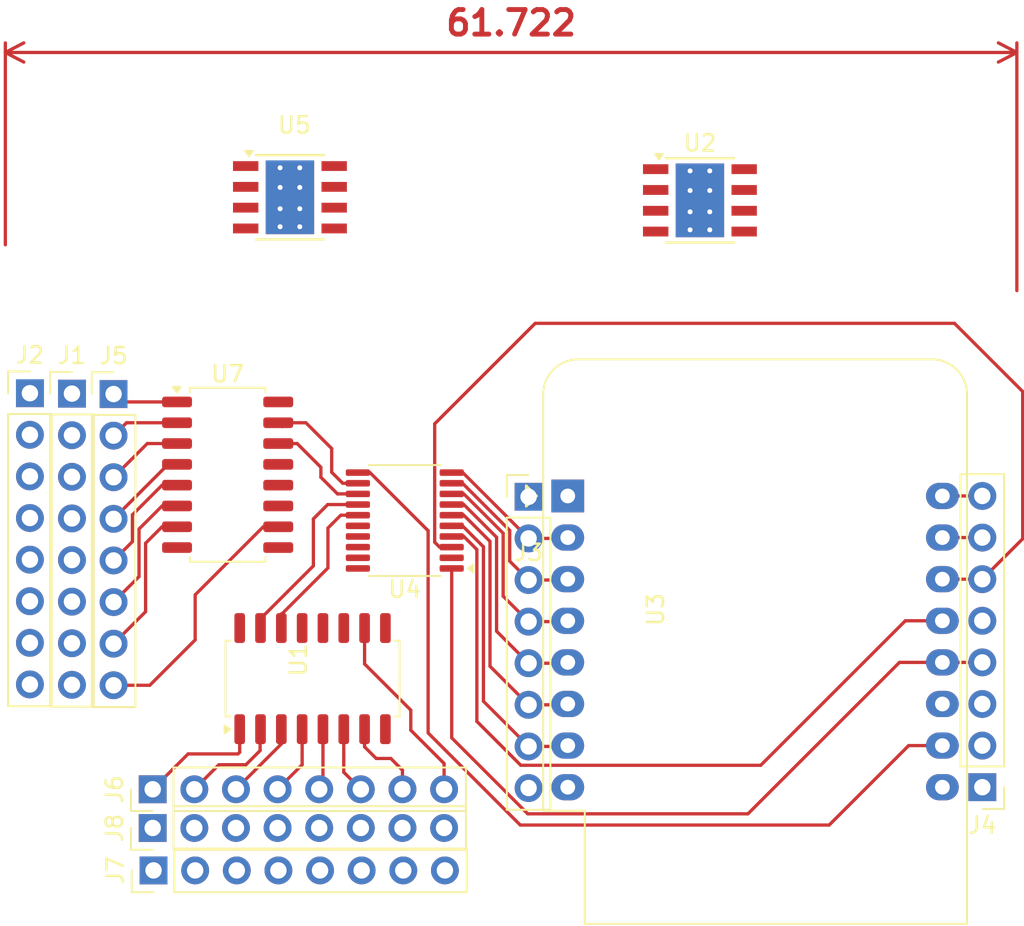
<source format=kicad_pcb>
(kicad_pcb (version 20241229) (generator "pcbnew") (generator_version "9.0")
  (layers (0 "F.Cu" signal) (2 "B.Cu" signal) (13 "F.Paste" user) (15 "B.Paste" user) (5 "F.SilkS" user "F.Silkscreen") (7 "B.SilkS" user "B.Silkscreen") (1 "F.Mask" user) (3 "B.Mask" user) (25 "Edge.Cuts" user))
  (net 0 "")
  (net 55 "Net-(J5-Pin_2)")
  (net 56 "Net-(J5-Pin_7)")
  (net 57 "Net-(J5-Pin_6)")
  (net 58 "Net-(J5-Pin_1)")
  (net 59 "Net-(J5-Pin_5)")
  (net 60 "Net-(J5-Pin_8)")
  (net 61 "Net-(J5-Pin_4)")
  (net 62 "Net-(J5-Pin_3)")
  (net 63 "Net-(J6-Pin_7)")
  (net 64 "Net-(J6-Pin_8)")
  (net 65 "Net-(J6-Pin_6)")
  (net 66 "Net-(J6-Pin_5)")
  (net 67 "Net-(J6-Pin_2)")
  (net 68 "Net-(J6-Pin_3)")
  (net 69 "Net-(J6-Pin_4)")
  (net 70 "Net-(J6-Pin_1)")
  (net 71 "Net-(U1-Reset)")
  (net 72 "Net-(U1-CLK)")
  (net 73 "Net-(U4-B7)")
  (net 74 "Net-(U4-B8)")
  (net 75 "Net-(J3-Pin_4)")
  (net 76 "Net-(J3-Pin_8)")
  (net 77 "Net-(J3-Pin_6)")
  (net 78 "Net-(J3-Pin_2)")
  (net 79 "Net-(J3-Pin_7)")
  (net 80 "Net-(J3-Pin_3)")
  (net 81 "Net-(J3-Pin_5)")
  (net 82 "Net-(J4-Pin_6)")
  (net 83 "Net-(J4-Pin_4)")
  (net 84 "Net-(J4-Pin_8)")
  (net 85 "Net-(J4-Pin_5)")
  (net 86 "Net-(J4-Pin_7)")
  (net 87 "Net-(J4-Pin_3)")
  (net 89 "Net-(J4-Pin_2)")
  (net 106 "GND")
  (footprint "Connector_PinHeader_2.54mm:PinHeader_1x08_P2.54mm_Vertical" (layer "F.Cu") (at 28.0162 101.8032 90)
    (property "Reference" "J6" (at 0 -2.33 90) (layer "F.SilkS"))
    (property "Value" "Conn_01x08_Pin" (hide yes))
    (fp_line (start -1.33 -1.33) (end 0 -1.33) (stroke (width 0.12)) (layer "F.SilkS"))
    (fp_line (start -1.33 0) (end -1.33 -1.33) (stroke (width 0.12)) (layer "F.SilkS"))
    (fp_line (start 1.33 1.27) (end 1.33 19.11) (stroke (width 0.12)) (layer "F.SilkS"))
    (fp_line (start -1.33 1.27) (end 1.33 1.27) (stroke (width 0.12)) (layer "F.SilkS"))
    (fp_line (start -1.33 1.27) (end -1.33 19.11) (stroke (width 0.12)) (layer "F.SilkS"))
    (fp_line (start -1.33 19.11) (end 1.33 19.11) (stroke (width 0.12)) (layer "F.SilkS"))
    (pad "1" thru_hole rect (at 0 0 90) (size 1.7 1.7) (drill 1) (layers "*.Cu" "*.Mask") (net 70 "Net-(J6-Pin_1)"))
    (pad "2" thru_hole oval (at 0 2.54 90) (size 1.7 1.7) (drill 1) (layers "*.Cu" "*.Mask") (net 67 "Net-(J6-Pin_2)"))
    (pad "3" thru_hole oval (at 0 5.08 90) (size 1.7 1.7) (drill 1) (layers "*.Cu" "*.Mask") (net 68 "Net-(J6-Pin_3)"))
    (pad "4" thru_hole oval (at 0 7.62 90) (size 1.7 1.7) (drill 1) (layers "*.Cu" "*.Mask") (net 69 "Net-(J6-Pin_4)"))
    (pad "5" thru_hole oval (at 0 10.16 90) (size 1.7 1.7) (drill 1) (layers "*.Cu" "*.Mask") (net 66 "Net-(J6-Pin_5)"))
    (pad "6" thru_hole oval (at 0 12.7 90) (size 1.7 1.7) (drill 1) (layers "*.Cu" "*.Mask") (net 65 "Net-(J6-Pin_6)"))
    (pad "7" thru_hole oval (at 0 15.24 90) (size 1.7 1.7) (drill 1) (layers "*.Cu" "*.Mask") (net 63 "Net-(J6-Pin_7)"))
    (pad "8" thru_hole oval (at 0 17.78 90) (size 1.7 1.7) (drill 1) (layers "*.Cu" "*.Mask") (net 64 "Net-(J6-Pin_8)"))
  )
  (footprint "Package_SO:SOP-16_4.4x10.4mm_P1.27mm" (layer "F.Cu") (at 37.7698 95.0468 90)
    (property "Reference" "U1" (at 1.143 -0.8668 90) (layer "F.SilkS"))
    (property "Value" "4017")
    (fp_line (start 2.31 -5.31) (end 2.31 -5.03) (stroke (width 0.12)) (layer "F.SilkS"))
    (fp_line (start 0 -5.31) (end 2.31 -5.31) (stroke (width 0.12)) (layer "F.SilkS"))
    (fp_line (start 0 -5.31) (end -2.31 -5.31) (stroke (width 0.12)) (layer "F.SilkS"))
    (fp_line (start -2.31 -5.31) (end -2.31 -5.03) (stroke (width 0.12)) (layer "F.SilkS"))
    (fp_line (start 2.31 5.31) (end 2.31 5.03) (stroke (width 0.12)) (layer "F.SilkS"))
    (fp_line (start 0 5.31) (end 2.31 5.31) (stroke (width 0.12)) (layer "F.SilkS"))
    (fp_line (start 0 5.31) (end -2.31 5.31) (stroke (width 0.12)) (layer "F.SilkS"))
    (fp_line (start -2.31 5.31) (end -2.31 5.03) (stroke (width 0.12)) (layer "F.SilkS"))
    (fp_poly (pts (xy -3.1 -5.03) (xy -3.34 -5.36) (xy -2.86 -5.36) (xy -3.1 -5.03)) (stroke (width 0.12)) (fill yes) (layer "F.SilkS"))
    (pad "1" smd roundrect (at -3.0875 -4.445 90) (size 1.825 0.65) (layers "F.Cu" "F.Mask" "F.Paste") (net 70 "Net-(J6-Pin_1)"))
    (pad "2" smd roundrect (at -3.0875 -3.175 90) (size 1.825 0.65) (layers "F.Cu" "F.Mask" "F.Paste") (net 67 "Net-(J6-Pin_2)"))
    (pad "3" smd roundrect (at -3.0875 -1.905 90) (size 1.825 0.65) (layers "F.Cu" "F.Mask" "F.Paste") (net 68 "Net-(J6-Pin_3)"))
    (pad "4" smd roundrect (at -3.0875 -0.635 90) (size 1.825 0.65) (layers "F.Cu" "F.Mask" "F.Paste") (net 69 "Net-(J6-Pin_4)"))
    (pad "5" smd roundrect (at -3.0875 0.635 90) (size 1.825 0.65) (layers "F.Cu" "F.Mask" "F.Paste") (net 66 "Net-(J6-Pin_5)"))
    (pad "6" smd roundrect (at -3.0875 1.905 90) (size 1.825 0.65) (layers "F.Cu" "F.Mask" "F.Paste") (net 65 "Net-(J6-Pin_6)"))
    (pad "7" smd roundrect (at -3.0875 3.175 90) (size 1.825 0.65) (layers "F.Cu" "F.Mask" "F.Paste") (net 63 "Net-(J6-Pin_7)"))
    (pad "8" smd roundrect (at -3.0875 4.445 90) (size 1.825 0.65) (layers "F.Cu" "F.Mask" "F.Paste"))
    (pad "9" smd roundrect (at 3.0875 4.445 90) (size 1.825 0.65) (layers "F.Cu" "F.Mask" "F.Paste"))
    (pad "10" smd roundrect (at 3.0875 3.175 90) (size 1.825 0.65) (layers "F.Cu" "F.Mask" "F.Paste") (net 64 "Net-(J6-Pin_8)"))
    (pad "11" smd roundrect (at 3.0875 1.905 90) (size 1.825 0.65) (layers "F.Cu" "F.Mask" "F.Paste"))
    (pad "12" smd roundrect (at 3.0875 0.635 90) (size 1.825 0.65) (layers "F.Cu" "F.Mask" "F.Paste"))
    (pad "13" smd roundrect (at 3.0875 -0.635 90) (size 1.825 0.65) (layers "F.Cu" "F.Mask" "F.Paste"))
    (pad "14" smd roundrect (at 3.0875 -1.905 90) (size 1.825 0.65) (layers "F.Cu" "F.Mask" "F.Paste") (net 72 "Net-(U1-CLK)"))
    (pad "15" smd roundrect (at 3.0875 -3.175 90) (size 1.825 0.65) (layers "F.Cu" "F.Mask" "F.Paste") (net 71 "Net-(U1-Reset)"))
    (pad "16" smd roundrect (at 3.0875 -4.445 90) (size 1.825 0.65) (layers "F.Cu" "F.Mask" "F.Paste"))
  )
  (footprint "Package_SO:TI_SO-PowerPAD-8_ThermalVias" (layer "F.Cu") (at 61.4076 65.848)
    (property "Reference" "U2" (at 0 -3.5 0) (layer "F.SilkS"))
    (property "Value" "TPS5430DDA")
    (fp_line (start -2.075 -2.575) (end 2.075 -2.575) (stroke (width 0.15)) (layer "F.SilkS"))
    (fp_line (start -2.075 2.575) (end 2.075 2.575) (stroke (width 0.15)) (layer "F.SilkS"))
    (fp_poly (pts (xy -2.5 -2.5) (xy -2.74 -2.83) (xy -2.26 -2.83) (xy -2.5 -2.5)) (stroke (width 0.12)) (fill yes) (layer "F.SilkS"))
    (pad "1" smd rect (at -2.7 -1.905) (size 1.55 0.6) (layers "F.Cu" "F.Mask" "F.Paste"))
    (pad "2" smd rect (at -2.7 -0.635) (size 1.55 0.6) (layers "F.Cu" "F.Mask" "F.Paste"))
    (pad "3" smd rect (at -2.7 0.635) (size 1.55 0.6) (layers "F.Cu" "F.Mask" "F.Paste"))
    (pad "4" smd rect (at -2.7 1.905) (size 1.55 0.6) (layers "F.Cu" "F.Mask" "F.Paste"))
    (pad "5" smd rect (at 2.7 1.905) (size 1.55 0.6) (layers "F.Cu" "F.Mask" "F.Paste"))
    (pad "6" smd rect (at 2.7 0.635) (size 1.55 0.6) (layers "F.Cu" "F.Mask" "F.Paste"))
    (pad "7" smd rect (at 2.7 -0.635) (size 1.55 0.6) (layers "F.Cu" "F.Mask" "F.Paste"))
    (pad "8" smd rect (at 2.7 -1.905) (size 1.55 0.6) (layers "F.Cu" "F.Mask" "F.Paste"))
    (pad "9" thru_hole circle (at -0.6 -1.8) (size 0.6 0.6) (drill 0.3) (layers "*.Cu"))
    (pad "9" thru_hole circle (at -0.6 -0.6) (size 0.6 0.6) (drill 0.3) (layers "*.Cu"))
    (pad "9" thru_hole circle (at -0.6 0.7) (size 0.6 0.6) (drill 0.3) (layers "*.Cu"))
    (pad "9" thru_hole circle (at -0.6 1.8) (size 0.6 0.6) (drill 0.3) (layers "*.Cu"))
    (pad "9" smd rect (at 0 0) (size 2.6 3.1) (layers "F.Cu" "F.Mask" "F.Paste"))
    (pad "9" smd rect (at 0 0) (size 2.95 4.5) (layers "F.Cu"))
    (pad "9" smd rect (at 0 0) (size 2.95 4.5) (layers "B.Cu"))
    (pad "9" thru_hole circle (at 0.6 -1.8) (size 0.6 0.6) (drill 0.3) (layers "*.Cu"))
    (pad "9" thru_hole circle (at 0.6 -0.6) (size 0.6 0.6) (drill 0.3) (layers "*.Cu"))
    (pad "9" thru_hole circle (at 0.6 0.7) (size 0.6 0.6) (drill 0.3) (layers "*.Cu"))
    (pad "9" thru_hole circle (at 0.6 1.8) (size 0.6 0.6) (drill 0.3) (layers "*.Cu"))
  )
  (footprint "RF_Module:WEMOS_D1_mini_light" (layer "F.Cu") (at 53.3424 83.8962)
    (property "Reference" "U3" (at 5.3594 6.9342 270) (layer "F.SilkS"))
    (property "Value" "WEMOS_D1_mini")
    (fp_line (start -1.5 19.22) (end -1.5 -6.21) (stroke (width 0.12)) (layer "F.SilkS"))
    (fp_line (start -1.5 19.22) (end 1.04 19.22) (stroke (width 0.12)) (layer "F.SilkS"))
    (fp_line (start 1.04 19.22) (end 1.04 26.12) (stroke (width 0.12)) (layer "F.SilkS"))
    (fp_line (start 1.04 26.12) (end 24.36 26.12) (stroke (width 0.12)) (layer "F.SilkS"))
    (fp_line (start 22.24 -8.34) (end 0.63 -8.34) (stroke (width 0.12)) (layer "F.SilkS"))
    (fp_line (start 24.36 26.12) (end 24.36 -6.21) (stroke (width 0.12)) (layer "F.SilkS"))
    (fp_arc (start -1.5 -6.21) (mid -0.876137 -7.716137) (end 0.63 -8.34) (stroke (width 0.12)) (layer "F.SilkS"))
    (fp_arc (start 22.23 -8.34) (mid 23.736137 -7.716137) (end 24.36 -6.21) (stroke (width 0.12)) (layer "F.SilkS"))
    (fp_poly (pts (xy -2.54 -0.635) (xy -2.54 0.635) (xy -1.905 0)) (stroke (width 0.15)) (fill yes) (layer "F.SilkS"))
    (pad "1" thru_hole rect (at 0 0) (size 2 2) (drill 0.9) (layers "*.Cu" "*.Mask"))
    (pad "2" thru_hole oval (at 0 2.54) (size 2 1.6) (drill 0.9) (layers "*.Cu" "*.Mask") (net 78 "Net-(J3-Pin_2)"))
    (pad "3" thru_hole oval (at 0 5.08) (size 2 1.6) (drill 0.9) (layers "*.Cu" "*.Mask") (net 80 "Net-(J3-Pin_3)"))
    (pad "4" thru_hole oval (at 0 7.62) (size 2 1.6) (drill 0.9) (layers "*.Cu" "*.Mask") (net 75 "Net-(J3-Pin_4)"))
    (pad "5" thru_hole oval (at 0 10.16) (size 2 1.6) (drill 0.9) (layers "*.Cu" "*.Mask") (net 81 "Net-(J3-Pin_5)"))
    (pad "6" thru_hole oval (at 0 12.7) (size 2 1.6) (drill 0.9) (layers "*.Cu" "*.Mask") (net 77 "Net-(J3-Pin_6)"))
    (pad "7" thru_hole oval (at 0 15.24) (size 2 1.6) (drill 0.9) (layers "*.Cu" "*.Mask") (net 79 "Net-(J3-Pin_7)"))
    (pad "8" thru_hole oval (at 0 17.78) (size 2 1.6) (drill 0.9) (layers "*.Cu" "*.Mask") (net 76 "Net-(J3-Pin_8)"))
    (pad "9" thru_hole oval (at 22.86 17.78) (size 2 1.6) (drill 0.9) (layers "*.Cu" "*.Mask") (net 89 "Net-(J4-Pin_2)"))
    (pad "10" thru_hole oval (at 22.86 15.24) (size 2 1.6) (drill 0.9) (layers "*.Cu" "*.Mask") (net 106 "GND"))
    (pad "11" thru_hole oval (at 22.86 12.7) (size 2 1.6) (drill 0.9) (layers "*.Cu" "*.Mask") (net 87 "Net-(J4-Pin_3)"))
    (pad "12" thru_hole oval (at 22.86 10.16) (size 2 1.6) (drill 0.9) (layers "*.Cu" "*.Mask") (net 83 "Net-(J4-Pin_4)"))
    (pad "13" thru_hole oval (at 22.86 7.62) (size 2 1.6) (drill 0.9) (layers "*.Cu" "*.Mask") (net 85 "Net-(J4-Pin_5)"))
    (pad "14" thru_hole oval (at 22.86 5.08) (size 2 1.6) (drill 0.9) (layers "*.Cu" "*.Mask") (net 82 "Net-(J4-Pin_6)"))
    (pad "15" thru_hole oval (at 22.86 2.54) (size 2 1.6) (drill 0.9) (layers "*.Cu" "*.Mask") (net 86 "Net-(J4-Pin_7)"))
    (pad "16" thru_hole oval (at 22.86 0) (size 2 1.6) (drill 0.9) (layers "*.Cu" "*.Mask") (net 84 "Net-(J4-Pin_8)"))
  )
  (footprint "Package_SO:TI_SO-PowerPAD-8_ThermalVias" (layer "F.Cu") (at 36.3906 65.659)
    (property "Reference" "U5" (at 0.2674 -4.4022 0) (layer "F.SilkS"))
    (property "Value" "TPS5430DDA")
    (fp_line (start -2.075 -2.575) (end 2.075 -2.575) (stroke (width 0.15)) (layer "F.SilkS"))
    (fp_line (start -2.075 2.575) (end 2.075 2.575) (stroke (width 0.15)) (layer "F.SilkS"))
    (fp_poly (pts (xy -2.5 -2.5) (xy -2.74 -2.83) (xy -2.26 -2.83) (xy -2.5 -2.5)) (stroke (width 0.12)) (fill yes) (layer "F.SilkS"))
    (pad "1" smd rect (at -2.7 -1.905) (size 1.55 0.6) (layers "F.Cu" "F.Mask" "F.Paste"))
    (pad "2" smd rect (at -2.7 -0.635) (size 1.55 0.6) (layers "F.Cu" "F.Mask" "F.Paste"))
    (pad "3" smd rect (at -2.7 0.635) (size 1.55 0.6) (layers "F.Cu" "F.Mask" "F.Paste"))
    (pad "4" smd rect (at -2.7 1.905) (size 1.55 0.6) (layers "F.Cu" "F.Mask" "F.Paste"))
    (pad "5" smd rect (at 2.7 1.905) (size 1.55 0.6) (layers "F.Cu" "F.Mask" "F.Paste"))
    (pad "6" smd rect (at 2.7 0.635) (size 1.55 0.6) (layers "F.Cu" "F.Mask" "F.Paste"))
    (pad "7" smd rect (at 2.7 -0.635) (size 1.55 0.6) (layers "F.Cu" "F.Mask" "F.Paste"))
    (pad "8" smd rect (at 2.7 -1.905) (size 1.55 0.6) (layers "F.Cu" "F.Mask" "F.Paste"))
    (pad "9" thru_hole circle (at -0.6 -1.8) (size 0.6 0.6) (drill 0.3) (layers "*.Cu"))
    (pad "9" thru_hole circle (at -0.6 -0.6) (size 0.6 0.6) (drill 0.3) (layers "*.Cu"))
    (pad "9" thru_hole circle (at -0.6 0.7) (size 0.6 0.6) (drill 0.3) (layers "*.Cu"))
    (pad "9" thru_hole circle (at -0.6 1.8) (size 0.6 0.6) (drill 0.3) (layers "*.Cu"))
    (pad "9" smd rect (at 0 0) (size 2.6 3.1) (layers "F.Cu" "F.Mask" "F.Paste"))
    (pad "9" smd rect (at 0 0) (size 2.95 4.5) (layers "F.Cu"))
    (pad "9" smd rect (at 0 0) (size 2.95 4.5) (layers "B.Cu"))
    (pad "9" thru_hole circle (at 0.6 -1.8) (size 0.6 0.6) (drill 0.3) (layers "*.Cu"))
    (pad "9" thru_hole circle (at 0.6 -0.6) (size 0.6 0.6) (drill 0.3) (layers "*.Cu"))
    (pad "9" thru_hole circle (at 0.6 0.7) (size 0.6 0.6) (drill 0.3) (layers "*.Cu"))
    (pad "9" thru_hole circle (at 0.6 1.8) (size 0.6 0.6) (drill 0.3) (layers "*.Cu"))
  )
  (footprint "Connector_PinHeader_2.54mm:PinHeader_1x08_P2.54mm_Vertical" (layer "F.Cu") (at 23.0886 77.6478)
    (property "Reference" "J1" (at 0 -2.33 0) (layer "F.SilkS"))
    (property "Value" "Conn_01x08_Pin" (hide yes))
    (fp_line (start -1.33 -1.33) (end 0 -1.33) (stroke (width 0.12)) (layer "F.SilkS"))
    (fp_line (start -1.33 0) (end -1.33 -1.33) (stroke (width 0.12)) (layer "F.SilkS"))
    (fp_line (start -1.33 1.27) (end -1.33 19.11) (stroke (width 0.12)) (layer "F.SilkS"))
    (fp_line (start -1.33 1.27) (end 1.33 1.27) (stroke (width 0.12)) (layer "F.SilkS"))
    (fp_line (start -1.33 19.11) (end 1.33 19.11) (stroke (width 0.12)) (layer "F.SilkS"))
    (fp_line (start 1.33 1.27) (end 1.33 19.11) (stroke (width 0.12)) (layer "F.SilkS"))
    (pad "1" thru_hole rect (at 0 0) (size 1.7 1.7) (drill 1) (layers "*.Cu" "*.Mask"))
    (pad "2" thru_hole oval (at 0 2.54) (size 1.7 1.7) (drill 1) (layers "*.Cu" "*.Mask"))
    (pad "3" thru_hole oval (at 0 5.08) (size 1.7 1.7) (drill 1) (layers "*.Cu" "*.Mask"))
    (pad "4" thru_hole oval (at 0 7.62) (size 1.7 1.7) (drill 1) (layers "*.Cu" "*.Mask"))
    (pad "5" thru_hole oval (at 0 10.16) (size 1.7 1.7) (drill 1) (layers "*.Cu" "*.Mask"))
    (pad "6" thru_hole oval (at 0 12.7) (size 1.7 1.7) (drill 1) (layers "*.Cu" "*.Mask"))
    (pad "7" thru_hole oval (at 0 15.24) (size 1.7 1.7) (drill 1) (layers "*.Cu" "*.Mask"))
    (pad "8" thru_hole oval (at 0 17.78) (size 1.7 1.7) (drill 1) (layers "*.Cu" "*.Mask"))
  )
  (footprint "Connector_PinHeader_2.54mm:PinHeader_1x08_P2.54mm_Vertical" (layer "F.Cu") (at 20.5232 77.6224)
    (property "Reference" "J2" (at 0 -2.33 0) (layer "F.SilkS"))
    (property "Value" "Conn_01x08_Pin" (hide yes))
    (fp_line (start -1.33 -1.33) (end 0 -1.33) (stroke (width 0.12)) (layer "F.SilkS"))
    (fp_line (start -1.33 0) (end -1.33 -1.33) (stroke (width 0.12)) (layer "F.SilkS"))
    (fp_line (start -1.33 1.27) (end -1.33 19.11) (stroke (width 0.12)) (layer "F.SilkS"))
    (fp_line (start -1.33 1.27) (end 1.33 1.27) (stroke (width 0.12)) (layer "F.SilkS"))
    (fp_line (start -1.33 19.11) (end 1.33 19.11) (stroke (width 0.12)) (layer "F.SilkS"))
    (fp_line (start 1.33 1.27) (end 1.33 19.11) (stroke (width 0.12)) (layer "F.SilkS"))
    (pad "1" thru_hole rect (at 0 0) (size 1.7 1.7) (drill 1) (layers "*.Cu" "*.Mask"))
    (pad "2" thru_hole oval (at 0 2.54) (size 1.7 1.7) (drill 1) (layers "*.Cu" "*.Mask"))
    (pad "3" thru_hole oval (at 0 5.08) (size 1.7 1.7) (drill 1) (layers "*.Cu" "*.Mask"))
    (pad "4" thru_hole oval (at 0 7.62) (size 1.7 1.7) (drill 1) (layers "*.Cu" "*.Mask"))
    (pad "5" thru_hole oval (at 0 10.16) (size 1.7 1.7) (drill 1) (layers "*.Cu" "*.Mask"))
    (pad "6" thru_hole oval (at 0 12.7) (size 1.7 1.7) (drill 1) (layers "*.Cu" "*.Mask"))
    (pad "7" thru_hole oval (at 0 15.24) (size 1.7 1.7) (drill 1) (layers "*.Cu" "*.Mask"))
    (pad "8" thru_hole oval (at 0 17.78) (size 1.7 1.7) (drill 1) (layers "*.Cu" "*.Mask"))
  )
  (footprint "Connector_PinHeader_2.54mm:PinHeader_1x08_P2.54mm_Vertical" (layer "F.Cu") (at 28.067 106.7562 90)
    (property "Reference" "J7" (at 0 -2.33 90) (layer "F.SilkS"))
    (property "Value" "Conn_01x08_Pin" (hide yes))
    (fp_line (start -1.33 -1.33) (end 0 -1.33) (stroke (width 0.12)) (layer "F.SilkS"))
    (fp_line (start -1.33 0) (end -1.33 -1.33) (stroke (width 0.12)) (layer "F.SilkS"))
    (fp_line (start 1.33 1.27) (end 1.33 19.11) (stroke (width 0.12)) (layer "F.SilkS"))
    (fp_line (start -1.33 1.27) (end 1.33 1.27) (stroke (width 0.12)) (layer "F.SilkS"))
    (fp_line (start -1.33 1.27) (end -1.33 19.11) (stroke (width 0.12)) (layer "F.SilkS"))
    (fp_line (start -1.33 19.11) (end 1.33 19.11) (stroke (width 0.12)) (layer "F.SilkS"))
    (pad "1" thru_hole rect (at 0 0 90) (size 1.7 1.7) (drill 1) (layers "*.Cu" "*.Mask"))
    (pad "2" thru_hole oval (at 0 2.54 90) (size 1.7 1.7) (drill 1) (layers "*.Cu" "*.Mask"))
    (pad "3" thru_hole oval (at 0 5.08 90) (size 1.7 1.7) (drill 1) (layers "*.Cu" "*.Mask"))
    (pad "4" thru_hole oval (at 0 7.62 90) (size 1.7 1.7) (drill 1) (layers "*.Cu" "*.Mask"))
    (pad "5" thru_hole oval (at 0 10.16 90) (size 1.7 1.7) (drill 1) (layers "*.Cu" "*.Mask"))
    (pad "6" thru_hole oval (at 0 12.7 90) (size 1.7 1.7) (drill 1) (layers "*.Cu" "*.Mask"))
    (pad "7" thru_hole oval (at 0 15.24 90) (size 1.7 1.7) (drill 1) (layers "*.Cu" "*.Mask"))
    (pad "8" thru_hole oval (at 0 17.78 90) (size 1.7 1.7) (drill 1) (layers "*.Cu" "*.Mask"))
  )
  (footprint "Connector_PinHeader_2.54mm:PinHeader_1x08_P2.54mm_Vertical" (layer "F.Cu") (at 28.0162 104.1654 90)
    (property "Reference" "J8" (at 0 -2.33 90) (layer "F.SilkS"))
    (property "Value" "Conn_01x08_Pin" (hide yes))
    (fp_line (start -1.33 -1.33) (end 0 -1.33) (stroke (width 0.12)) (layer "F.SilkS"))
    (fp_line (start -1.33 0) (end -1.33 -1.33) (stroke (width 0.12)) (layer "F.SilkS"))
    (fp_line (start 1.33 1.27) (end 1.33 19.11) (stroke (width 0.12)) (layer "F.SilkS"))
    (fp_line (start -1.33 1.27) (end 1.33 1.27) (stroke (width 0.12)) (layer "F.SilkS"))
    (fp_line (start -1.33 1.27) (end -1.33 19.11) (stroke (width 0.12)) (layer "F.SilkS"))
    (fp_line (start -1.33 19.11) (end 1.33 19.11) (stroke (width 0.12)) (layer "F.SilkS"))
    (pad "1" thru_hole rect (at 0 0 90) (size 1.7 1.7) (drill 1) (layers "*.Cu" "*.Mask"))
    (pad "2" thru_hole oval (at 0 2.54 90) (size 1.7 1.7) (drill 1) (layers "*.Cu" "*.Mask"))
    (pad "3" thru_hole oval (at 0 5.08 90) (size 1.7 1.7) (drill 1) (layers "*.Cu" "*.Mask"))
    (pad "4" thru_hole oval (at 0 7.62 90) (size 1.7 1.7) (drill 1) (layers "*.Cu" "*.Mask"))
    (pad "5" thru_hole oval (at 0 10.16 90) (size 1.7 1.7) (drill 1) (layers "*.Cu" "*.Mask"))
    (pad "6" thru_hole oval (at 0 12.7 90) (size 1.7 1.7) (drill 1) (layers "*.Cu" "*.Mask"))
    (pad "7" thru_hole oval (at 0 15.24 90) (size 1.7 1.7) (drill 1) (layers "*.Cu" "*.Mask"))
    (pad "8" thru_hole oval (at 0 17.78 90) (size 1.7 1.7) (drill 1) (layers "*.Cu" "*.Mask"))
  )
  (footprint "Connector_PinHeader_2.54mm:PinHeader_1x08_P2.54mm_Vertical" (layer "F.Cu") (at 50.9524 83.947)
    (property "Reference" "J3" (at 0 3.4036 0) (layer "F.SilkS"))
    (property "Value" "Conn_01x08_Pin" (hide yes))
    (fp_line (start -1.33 -1.33) (end 0 -1.33) (stroke (width 0.12)) (layer "F.SilkS"))
    (fp_line (start -1.33 0) (end -1.33 -1.33) (stroke (width 0.12)) (layer "F.SilkS"))
    (fp_line (start -1.33 1.27) (end -1.33 19.11) (stroke (width 0.12)) (layer "F.SilkS"))
    (fp_line (start -1.33 1.27) (end 1.33 1.27) (stroke (width 0.12)) (layer "F.SilkS"))
    (fp_line (start -1.33 19.11) (end 1.33 19.11) (stroke (width 0.12)) (layer "F.SilkS"))
    (fp_line (start 1.33 1.27) (end 1.33 19.11) (stroke (width 0.12)) (layer "F.SilkS"))
    (pad "1" thru_hole rect (at 0 0) (size 1.7 1.7) (drill 1) (layers "*.Cu" "*.Mask"))
    (pad "2" thru_hole oval (at 0 2.54) (size 1.7 1.7) (drill 1) (layers "*.Cu" "*.Mask") (net 78 "Net-(J3-Pin_2)"))
    (pad "3" thru_hole oval (at 0 5.08) (size 1.7 1.7) (drill 1) (layers "*.Cu" "*.Mask") (net 80 "Net-(J3-Pin_3)"))
    (pad "4" thru_hole oval (at 0 7.62) (size 1.7 1.7) (drill 1) (layers "*.Cu" "*.Mask") (net 75 "Net-(J3-Pin_4)"))
    (pad "5" thru_hole oval (at 0 10.16) (size 1.7 1.7) (drill 1) (layers "*.Cu" "*.Mask") (net 81 "Net-(J3-Pin_5)"))
    (pad "6" thru_hole oval (at 0 12.7) (size 1.7 1.7) (drill 1) (layers "*.Cu" "*.Mask") (net 77 "Net-(J3-Pin_6)"))
    (pad "7" thru_hole oval (at 0 15.24) (size 1.7 1.7) (drill 1) (layers "*.Cu" "*.Mask") (net 79 "Net-(J3-Pin_7)"))
    (pad "8" thru_hole oval (at 0 17.78) (size 1.7 1.7) (drill 1) (layers "*.Cu" "*.Mask") (net 76 "Net-(J3-Pin_8)"))
  )
  (footprint "Connector_PinHeader_2.54mm:PinHeader_1x08_P2.54mm_Vertical" (layer "F.Cu") (at 78.6384 101.6762 180)
    (property "Reference" "J4" (at 0 -2.33 0) (layer "F.SilkS"))
    (property "Value" "Conn_01x08_Pin" (hide yes))
    (fp_line (start 1.33 1.27) (end 1.33 19.11) (stroke (width 0.12)) (layer "F.SilkS"))
    (fp_line (start -1.33 19.11) (end 1.33 19.11) (stroke (width 0.12)) (layer "F.SilkS"))
    (fp_line (start -1.33 1.27) (end 1.33 1.27) (stroke (width 0.12)) (layer "F.SilkS"))
    (fp_line (start -1.33 1.27) (end -1.33 19.11) (stroke (width 0.12)) (layer "F.SilkS"))
    (fp_line (start -1.33 0) (end -1.33 -1.33) (stroke (width 0.12)) (layer "F.SilkS"))
    (fp_line (start -1.33 -1.33) (end 0 -1.33) (stroke (width 0.12)) (layer "F.SilkS"))
    (pad "1" thru_hole rect (at 0 0 180) (size 1.7 1.7) (drill 1) (layers "*.Cu" "*.Mask"))
    (pad "2" thru_hole oval (at 0 2.54 180) (size 1.7 1.7) (drill 1) (layers "*.Cu" "*.Mask") (net 89 "Net-(J4-Pin_2)"))
    (pad "3" thru_hole oval (at 0 5.08 180) (size 1.7 1.7) (drill 1) (layers "*.Cu" "*.Mask") (net 87 "Net-(J4-Pin_3)"))
    (pad "4" thru_hole oval (at 0 7.62 180) (size 1.7 1.7) (drill 1) (layers "*.Cu" "*.Mask") (net 83 "Net-(J4-Pin_4)"))
    (pad "5" thru_hole oval (at 0 10.16 180) (size 1.7 1.7) (drill 1) (layers "*.Cu" "*.Mask") (net 85 "Net-(J4-Pin_5)"))
    (pad "6" thru_hole oval (at 0 12.7 180) (size 1.7 1.7) (drill 1) (layers "*.Cu" "*.Mask") (net 82 "Net-(J4-Pin_6)"))
    (pad "7" thru_hole oval (at 0 15.24 180) (size 1.7 1.7) (drill 1) (layers "*.Cu" "*.Mask") (net 86 "Net-(J4-Pin_7)"))
    (pad "8" thru_hole oval (at 0 17.78 180) (size 1.7 1.7) (drill 1) (layers "*.Cu" "*.Mask") (net 84 "Net-(J4-Pin_8)"))
  )
  (footprint "Package_SO:TSSOP-20_4.4x6.5mm_P0.65mm" (layer "F.Cu") (at 43.3989 85.3948 180)
    (property "Reference" "U4" (at 0 -4.2 0) (layer "F.SilkS"))
    (property "Value" "TXS0108EPW" (hide yes))
    (fp_line (start 0 3.385) (end 2.2 3.385) (stroke (width 0.12)) (layer "F.SilkS"))
    (fp_line (start 0 3.385) (end -2.2 3.385) (stroke (width 0.12)) (layer "F.SilkS"))
    (fp_line (start 0 -3.385) (end 2.2 -3.385) (stroke (width 0.12)) (layer "F.SilkS"))
    (fp_line (start 0 -3.385) (end -2.2 -3.385) (stroke (width 0.12)) (layer "F.SilkS"))
    (fp_poly (pts (xy -3.86 -2.925) (xy -4.19 -3.165) (xy -4.19 -2.685) (xy -3.86 -2.925)) (stroke (width 0.12)) (fill yes) (layer "F.SilkS"))
    (pad "1" smd roundrect (at -2.8625 -2.925 180) (size 1.475 0.4) (layers "F.Cu" "F.Mask" "F.Paste") (net 83 "Net-(J4-Pin_4)"))
    (pad "2" smd roundrect (at -2.8625 -2.275 180) (size 1.475 0.4) (layers "F.Cu" "F.Mask" "F.Paste"))
    (pad "3" smd roundrect (at -2.8625 -1.625 180) (size 1.475 0.4) (layers "F.Cu" "F.Mask" "F.Paste") (net 82 "Net-(J4-Pin_6)"))
    (pad "4" smd roundrect (at -2.8625 -0.975 180) (size 1.475 0.4) (layers "F.Cu" "F.Mask" "F.Paste") (net 85 "Net-(J4-Pin_5)"))
    (pad "5" smd roundrect (at -2.8625 -0.325 180) (size 1.475 0.4) (layers "F.Cu" "F.Mask" "F.Paste") (net 79 "Net-(J3-Pin_7)"))
    (pad "6" smd roundrect (at -2.8625 0.325 180) (size 1.475 0.4) (layers "F.Cu" "F.Mask" "F.Paste") (net 77 "Net-(J3-Pin_6)"))
    (pad "7" smd roundrect (at -2.8625 0.975 180) (size 1.475 0.4) (layers "F.Cu" "F.Mask" "F.Paste") (net 81 "Net-(J3-Pin_5)"))
    (pad "8" smd roundrect (at -2.8625 1.625 180) (size 1.475 0.4) (layers "F.Cu" "F.Mask" "F.Paste") (net 75 "Net-(J3-Pin_4)"))
    (pad "9" smd roundrect (at -2.8625 2.275 180) (size 1.475 0.4) (layers "F.Cu" "F.Mask" "F.Paste") (net 80 "Net-(J3-Pin_3)"))
    (pad "10" smd roundrect (at -2.8625 2.925 180) (size 1.475 0.4) (layers "F.Cu" "F.Mask" "F.Paste") (net 78 "Net-(J3-Pin_2)"))
    (pad "11" smd roundrect (at 2.8625 2.925 180) (size 1.475 0.4) (layers "F.Cu" "F.Mask" "F.Paste") (net 106 "GND"))
    (pad "12" smd roundrect (at 2.8625 2.275 180) (size 1.475 0.4) (layers "F.Cu" "F.Mask" "F.Paste") (net 74 "Net-(U4-B8)"))
    (pad "13" smd roundrect (at 2.8625 1.625 180) (size 1.475 0.4) (layers "F.Cu" "F.Mask" "F.Paste") (net 73 "Net-(U4-B7)"))
    (pad "14" smd roundrect (at 2.8625 0.975 180) (size 1.475 0.4) (layers "F.Cu" "F.Mask" "F.Paste") (net 71 "Net-(U1-Reset)"))
    (pad "15" smd roundrect (at 2.8625 0.325 180) (size 1.475 0.4) (layers "F.Cu" "F.Mask" "F.Paste") (net 72 "Net-(U1-CLK)"))
    (pad "16" smd roundrect (at 2.8625 -0.325 180) (size 1.475 0.4) (layers "F.Cu" "F.Mask" "F.Paste"))
    (pad "17" smd roundrect (at 2.8625 -0.975 180) (size 1.475 0.4) (layers "F.Cu" "F.Mask" "F.Paste"))
    (pad "18" smd roundrect (at 2.8625 -1.625 180) (size 1.475 0.4) (layers "F.Cu" "F.Mask" "F.Paste"))
    (pad "19" smd roundrect (at 2.8625 -2.275 180) (size 1.475 0.4) (layers "F.Cu" "F.Mask" "F.Paste"))
    (pad "20" smd roundrect (at 2.8625 -2.925 180) (size 1.475 0.4) (layers "F.Cu" "F.Mask" "F.Paste"))
  )
  (footprint "Package_SO:SOP-16_4.4x10.4mm_P1.27mm" (layer "F.Cu") (at 32.5882 82.6008)
    (property "Reference" "U7" (at 0 -6.15 0) (layer "F.SilkS"))
    (property "Value" "4017")
    (fp_line (start -2.31 -5.31) (end -2.31 -5.03) (stroke (width 0.12)) (layer "F.SilkS"))
    (fp_line (start -2.31 5.31) (end -2.31 5.03) (stroke (width 0.12)) (layer "F.SilkS"))
    (fp_line (start 0 -5.31) (end -2.31 -5.31) (stroke (width 0.12)) (layer "F.SilkS"))
    (fp_line (start 0 -5.31) (end 2.31 -5.31) (stroke (width 0.12)) (layer "F.SilkS"))
    (fp_line (start 0 5.31) (end -2.31 5.31) (stroke (width 0.12)) (layer "F.SilkS"))
    (fp_line (start 0 5.31) (end 2.31 5.31) (stroke (width 0.12)) (layer "F.SilkS"))
    (fp_line (start 2.31 -5.31) (end 2.31 -5.03) (stroke (width 0.12)) (layer "F.SilkS"))
    (fp_line (start 2.31 5.31) (end 2.31 5.03) (stroke (width 0.12)) (layer "F.SilkS"))
    (fp_poly (pts (xy -3.1 -5.03) (xy -3.34 -5.36) (xy -2.86 -5.36) (xy -3.1 -5.03)) (stroke (width 0.12)) (fill yes) (layer "F.SilkS"))
    (pad "1" smd roundrect (at -3.0875 -4.445) (size 1.825 0.65) (layers "F.Cu" "F.Mask" "F.Paste") (net 58 "Net-(J5-Pin_1)"))
    (pad "2" smd roundrect (at -3.0875 -3.175) (size 1.825 0.65) (layers "F.Cu" "F.Mask" "F.Paste") (net 55 "Net-(J5-Pin_2)"))
    (pad "3" smd roundrect (at -3.0875 -1.905) (size 1.825 0.65) (layers "F.Cu" "F.Mask" "F.Paste") (net 62 "Net-(J5-Pin_3)"))
    (pad "4" smd roundrect (at -3.0875 -0.635) (size 1.825 0.65) (layers "F.Cu" "F.Mask" "F.Paste") (net 61 "Net-(J5-Pin_4)"))
    (pad "5" smd roundrect (at -3.0875 0.635) (size 1.825 0.65) (layers "F.Cu" "F.Mask" "F.Paste") (net 59 "Net-(J5-Pin_5)"))
    (pad "6" smd roundrect (at -3.0875 1.905) (size 1.825 0.65) (layers "F.Cu" "F.Mask" "F.Paste") (net 57 "Net-(J5-Pin_6)"))
    (pad "7" smd roundrect (at -3.0875 3.175) (size 1.825 0.65) (layers "F.Cu" "F.Mask" "F.Paste") (net 56 "Net-(J5-Pin_7)"))
    (pad "8" smd roundrect (at -3.0875 4.445) (size 1.825 0.65) (layers "F.Cu" "F.Mask" "F.Paste"))
    (pad "9" smd roundrect (at 3.0875 4.445) (size 1.825 0.65) (layers "F.Cu" "F.Mask" "F.Paste"))
    (pad "10" smd roundrect (at 3.0875 3.175) (size 1.825 0.65) (layers "F.Cu" "F.Mask" "F.Paste") (net 60 "Net-(J5-Pin_8)"))
    (pad "11" smd roundrect (at 3.0875 1.905) (size 1.825 0.65) (layers "F.Cu" "F.Mask" "F.Paste"))
    (pad "12" smd roundrect (at 3.0875 0.635) (size 1.825 0.65) (layers "F.Cu" "F.Mask" "F.Paste"))
    (pad "13" smd roundrect (at 3.0875 -0.635) (size 1.825 0.65) (layers "F.Cu" "F.Mask" "F.Paste"))
    (pad "14" smd roundrect (at 3.0875 -1.905) (size 1.825 0.65) (layers "F.Cu" "F.Mask" "F.Paste") (net 73 "Net-(U4-B7)"))
    (pad "15" smd roundrect (at 3.0875 -3.175) (size 1.825 0.65) (layers "F.Cu" "F.Mask" "F.Paste") (net 74 "Net-(U4-B8)"))
    (pad "16" smd roundrect (at 3.0875 -4.445) (size 1.825 0.65) (layers "F.Cu" "F.Mask" "F.Paste"))
  )
  (footprint "Connector_PinHeader_2.54mm:PinHeader_1x08_P2.54mm_Vertical" (layer "F.Cu") (at 25.6286 77.6732)
    (property "Reference" "J5" (at 0 -2.33 0) (layer "F.SilkS"))
    (property "Value" "Conn_01x08_Pin" (hide yes))
    (fp_line (start -1.33 -1.33) (end 0 -1.33) (stroke (width 0.12)) (layer "F.SilkS"))
    (fp_line (start -1.33 0) (end -1.33 -1.33) (stroke (width 0.12)) (layer "F.SilkS"))
    (fp_line (start -1.33 1.27) (end -1.33 19.11) (stroke (width 0.12)) (layer "F.SilkS"))
    (fp_line (start -1.33 1.27) (end 1.33 1.27) (stroke (width 0.12)) (layer "F.SilkS"))
    (fp_line (start -1.33 19.11) (end 1.33 19.11) (stroke (width 0.12)) (layer "F.SilkS"))
    (fp_line (start 1.33 1.27) (end 1.33 19.11) (stroke (width 0.12)) (layer "F.SilkS"))
    (pad "1" thru_hole rect (at 0 0) (size 1.7 1.7) (drill 1) (layers "*.Cu" "*.Mask") (net 58 "Net-(J5-Pin_1)"))
    (pad "2" thru_hole oval (at 0 2.54) (size 1.7 1.7) (drill 1) (layers "*.Cu" "*.Mask") (net 55 "Net-(J5-Pin_2)"))
    (pad "3" thru_hole oval (at 0 5.08) (size 1.7 1.7) (drill 1) (layers "*.Cu" "*.Mask") (net 62 "Net-(J5-Pin_3)"))
    (pad "4" thru_hole oval (at 0 7.62) (size 1.7 1.7) (drill 1) (layers "*.Cu" "*.Mask") (net 61 "Net-(J5-Pin_4)"))
    (pad "5" thru_hole oval (at 0 10.16) (size 1.7 1.7) (drill 1) (layers "*.Cu" "*.Mask") (net 59 "Net-(J5-Pin_5)"))
    (pad "6" thru_hole oval (at 0 12.7) (size 1.7 1.7) (drill 1) (layers "*.Cu" "*.Mask") (net 57 "Net-(J5-Pin_6)"))
    (pad "7" thru_hole oval (at 0 15.24) (size 1.7 1.7) (drill 1) (layers "*.Cu" "*.Mask") (net 56 "Net-(J5-Pin_7)"))
    (pad "8" thru_hole oval (at 0 17.78) (size 1.7 1.7) (drill 1) (layers "*.Cu" "*.Mask") (net 60 "Net-(J5-Pin_8)"))
  )
  (dimension (type orthogonal) (layer "F.Cu") (pts (xy 19.0246 69.0626) (xy 80.7466 71.8566)) (height -12.2428) (orientation 0) (format (prefix "") (suffix "") (units 3) (units_format 0) (precision 4) (suppress_zeroes yes)) (style (thickness 0.2) (arrow_length 1.27) (text_position_mode 0) (arrow_direction outward) (extension_height 0.58642) (extension_offset 0.5) (keep_text_aligned yes)) (gr_text "61.722" (at 49.8856 55.0198 0) (layer "F.Cu") (effects (font (size 1.5 1.5) (thickness 0.3)))))
  (segment (start 26.416 79.4258) (end 25.6286 80.2132) (width 0.2) (layer "F.Cu") (net 55))
  (segment (start 29.5007 79.4258) (end 26.416 79.4258) (width 0.2) (layer "F.Cu") (net 55))
  (segment (start 29.5007 85.7758) (end 28.588201 85.7758) (width 0.2) (layer "F.Cu") (net 56))
  (segment (start 27.5816 86.782401) (end 27.5816 90.9602) (width 0.2) (layer "F.Cu") (net 56))
  (segment (start 27.5816 90.9602) (end 25.6286 92.9132) (width 0.2) (layer "F.Cu") (net 56))
  (segment (start 28.588201 85.7758) (end 27.5816 86.782401) (width 0.2) (layer "F.Cu") (net 56))
  (segment (start 28.588201 84.5058) (end 27.1806 85.913401) (width 0.2) (layer "F.Cu") (net 57))
  (segment (start 27.1806 85.913401) (end 27.1806 88.8212) (width 0.2) (layer "F.Cu") (net 57))
  (segment (start 29.5007 84.5058) (end 28.588201 84.5058) (width 0.2) (layer "F.Cu") (net 57))
  (segment (start 27.1806 88.8212) (end 25.6286 90.3732) (width 0.2) (layer "F.Cu") (net 57))
  (segment (start 26.1112 78.1558) (end 25.6286 77.6732) (width 0.2) (layer "F.Cu") (net 58))
  (segment (start 29.5007 78.1558) (end 26.1112 78.1558) (width 0.2) (layer "F.Cu") (net 58))
  (segment (start 26.7796 86.6822) (end 25.6286 87.8332) (width 0.2) (layer "F.Cu") (net 59))
  (segment (start 26.7796 85.044401) (end 26.7796 86.6822) (width 0.2) (layer "F.Cu") (net 59))
  (segment (start 28.588201 83.2358) (end 26.7796 85.044401) (width 0.2) (layer "F.Cu") (net 59))
  (segment (start 29.5007 83.2358) (end 28.588201 83.2358) (width 0.2) (layer "F.Cu") (net 59))
  (segment (start 27.8384 95.4532) (end 25.6286 95.4532) (width 0.2) (layer "F.Cu") (net 60))
  (segment (start 30.607 89.932001) (end 30.607 92.6846) (width 0.2) (layer "F.Cu") (net 60))
  (segment (start 30.607 92.6846) (end 27.8384 95.4532) (width 0.2) (layer "F.Cu") (net 60))
  (segment (start 35.6757 85.7758) (end 34.763201 85.7758) (width 0.2) (layer "F.Cu") (net 60))
  (segment (start 34.763201 85.7758) (end 30.607 89.932001) (width 0.2) (layer "F.Cu") (net 60))
  (segment (start 29.5007 81.9658) (end 28.956 81.9658) (width 0.2) (layer "F.Cu") (net 61))
  (segment (start 28.956 81.9658) (end 25.6286 85.2932) (width 0.2) (layer "F.Cu") (net 61))
  (segment (start 27.686 80.6958) (end 25.6286 82.7532) (width 0.2) (layer "F.Cu") (net 62))
  (segment (start 29.5007 80.6958) (end 27.686 80.6958) (width 0.2) (layer "F.Cu") (net 62))
  (segment (start 40.9448 99.2124) (end 41.656 99.9236) (width 0.2) (layer "F.Cu") (net 63))
  (segment (start 40.9448 98.1343) (end 40.9448 99.2124) (width 0.2) (layer "F.Cu") (net 63))
  (segment (start 41.656 99.9236) (end 42.545001 99.9236) (width 0.2) (layer "F.Cu") (net 63))
  (segment (start 43.2562 100.634799) (end 43.2562 101.8032) (width 0.2) (layer "F.Cu") (net 63))
  (segment (start 42.545001 99.9236) (end 43.2562 100.634799) (width 0.2) (layer "F.Cu") (net 63))
  (segment (start 43.7642 98.1964) (end 45.7962 100.2284) (width 0.2) (layer "F.Cu") (net 64))
  (segment (start 40.9448 91.9593) (end 40.9448 94.14916) (width 0.2) (layer "F.Cu") (net 64))
  (segment (start 45.7962 100.2284) (end 45.7962 101.8032) (width 0.2) (layer "F.Cu") (net 64))
  (segment (start 40.9448 94.14916) (end 43.7642 96.96856) (width 0.2) (layer "F.Cu") (net 64))
  (segment (start 43.7642 96.96856) (end 43.7642 98.1964) (width 0.2) (layer "F.Cu") (net 64))
  (segment (start 39.6748 98.1343) (end 39.6748 100.7618) (width 0.2) (layer "F.Cu") (net 65))
  (segment (start 39.6748 100.7618) (end 40.7162 101.8032) (width 0.2) (layer "F.Cu") (net 65))
  (segment (start 38.4048 101.5746) (end 38.1762 101.8032) (width 0.2) (layer "F.Cu") (net 66))
  (segment (start 38.4048 98.1343) (end 38.4048 101.5746) (width 0.2) (layer "F.Cu") (net 66))
  (segment (start 34.5948 98.1343) (end 34.5948 98.43679) (width 0.2) (layer "F.Cu") (net 67))
  (segment (start 34.5694 99.441) (end 34.5694 98.1597) (width 0.2) (layer "F.Cu") (net 67))
  (segment (start 33.7058 100.3046) (end 34.5694 99.441) (width 0.2) (layer "F.Cu") (net 67))
  (segment (start 30.5562 101.8032) (end 32.0548 100.3046) (width 0.2) (layer "F.Cu") (net 67))
  (segment (start 32.0548 100.3046) (end 33.7058 100.3046) (width 0.2) (layer "F.Cu") (net 67))
  (segment (start 34.5694 98.1597) (end 34.5948 98.1343) (width 0.2) (layer "F.Cu") (net 67))
  (segment (start 31.22839 101.8032) (end 30.5562 101.8032) (width 0.2) (layer "F.Cu") (net 67))
  (segment (start 35.8648 98.1343) (end 35.8648 99.0346) (width 0.2) (layer "F.Cu") (net 68))
  (segment (start 35.8648 99.0346) (end 33.0962 101.8032) (width 0.2) (layer "F.Cu") (net 68))
  (segment (start 32.9438 101.6508) (end 33.0962 101.8032) (width 0.2) (layer "F.Cu") (net 68))
  (segment (start 37.1348 98.1343) (end 37.1348 100.3046) (width 0.2) (layer "F.Cu") (net 69))
  (segment (start 37.1348 100.3046) (end 35.6362 101.8032) (width 0.2) (layer "F.Cu") (net 69))
  (segment (start 35.6108 101.7778) (end 35.6362 101.8032) (width 0.2) (layer "F.Cu") (net 69))
  (segment (start 30.1752 99.6442) (end 28.0162 101.8032) (width 0.2) (layer "F.Cu") (net 70))
  (segment (start 28.0557 101.8032) (end 28.0162 101.8032) (width 0.2) (layer "F.Cu") (net 70))
  (segment (start 33.3248 99.5426) (end 33.2232 99.6442) (width 0.2) (layer "F.Cu") (net 70))
  (segment (start 33.3248 98.1343) (end 33.3248 99.5426) (width 0.2) (layer "F.Cu") (net 70))
  (segment (start 33.2232 99.6442) (end 30.1752 99.6442) (width 0.2) (layer "F.Cu") (net 70))
  (segment (start 38.694 84.4198) (end 40.5364 84.4198) (width 0.2) (layer "F.Cu") (net 71))
  (segment (start 37.8206 85.2932) (end 38.694 84.4198) (width 0.2) (layer "F.Cu") (net 71))
  (segment (start 34.5948 91.9593) (end 34.5948 91.3892) (width 0.2) (layer "F.Cu") (net 71))
  (segment (start 34.5948 91.3892) (end 37.8206 88.1634) (width 0.2) (layer "F.Cu") (net 71))
  (segment (start 37.8206 88.1634) (end 37.8206 85.2932) (width 0.2) (layer "F.Cu") (net 71))
  (segment (start 38.7096 85.852) (end 38.7096 88.2904) (width 0.2) (layer "F.Cu") (net 72))
  (segment (start 35.8648 91.9593) (end 35.8648 91.0927) (width 0.2) (layer "F.Cu") (net 72))
  (segment (start 38.989 85.5726) (end 38.7096 85.852) (width 0.2) (layer "F.Cu") (net 72))
  (segment (start 35.8648 91.1352) (end 38.7096 88.2904) (width 0.2) (layer "F.Cu") (net 72))
  (segment (start 40.5364 85.0698) (end 39.4918 85.0698) (width 0.2) (layer "F.Cu") (net 72))
  (segment (start 35.8648 91.9593) (end 35.8648 91.1352) (width 0.2) (layer "F.Cu") (net 72))
  (segment (start 39.87903 85.0698) (end 40.5364 85.0698) (width 0.2) (layer "F.Cu") (net 72))
  (segment (start 39.4918 85.0698) (end 38.989 85.5726) (width 0.2) (layer "F.Cu") (net 72))
  (segment (start 36.83 80.6958) (end 38.2778 82.1436) (width 0.2) (layer "F.Cu") (net 73))
  (segment (start 38.2778 82.1436) (end 38.2778 82.7532) (width 0.2) (layer "F.Cu") (net 73))
  (segment (start 35.6757 80.6958) (end 36.83 80.6958) (width 0.2) (layer "F.Cu") (net 73))
  (segment (start 35.6757 80.6958) (end 35.69405 80.67745) (width 0.2) (layer "F.Cu") (net 73))
  (segment (start 38.2778 82.7532) (end 39.2944 83.7698) (width 0.2) (layer "F.Cu") (net 73))
  (segment (start 39.2944 83.7698) (end 40.5364 83.7698) (width 0.2) (layer "F.Cu") (net 73))
  (segment (start 35.6757 79.4258) (end 35.9153 79.6654) (width 0.2) (layer "F.Cu") (net 74))
  (segment (start 37.3634 79.4258) (end 38.9382 81.0006) (width 0.2) (layer "F.Cu") (net 74))
  (segment (start 39.6096 83.1198) (end 40.5364 83.1198) (width 0.2) (layer "F.Cu") (net 74))
  (segment (start 35.6757 79.4258) (end 37.3634 79.4258) (width 0.2) (layer "F.Cu") (net 74))
  (segment (start 38.9382 81.0006) (end 38.9382 82.4484) (width 0.2) (layer "F.Cu") (net 74))
  (segment (start 38.9382 82.4484) (end 39.6096 83.1198) (width 0.2) (layer "F.Cu") (net 74))
  (segment (start 46.2614 83.7698) (end 46.998899 83.7698) (width 0.2) (layer "F.Cu") (net 75))
  (segment (start 50.9524 91.567) (end 53.2916 91.567) (width 0.2) (layer "F.Cu") (net 75))
  (segment (start 49.4004 90.015) (end 50.9524 91.567) (width 0.2) (layer "F.Cu") (net 75))
  (segment (start 46.998899 83.7698) (end 49.4004 86.171301) (width 0.2) (layer "F.Cu") (net 75))
  (segment (start 49.4004 86.171301) (end 49.4004 90.015) (width 0.2) (layer "F.Cu") (net 75))
  (segment (start 53.2916 91.567) (end 53.3424 91.5162) (width 0.2) (layer "F.Cu") (net 75))
  (segment (start 53.2916 96.647) (end 53.3424 96.5962) (width 0.2) (layer "F.Cu") (net 77))
  (segment (start 46.2614 85.0698) (end 46.998899 85.0698) (width 0.2) (layer "F.Cu") (net 77))
  (segment (start 48.5984 86.669301) (end 48.5984 94.293) (width 0.2) (layer "F.Cu") (net 77))
  (segment (start 48.5984 94.293) (end 50.9524 96.647) (width 0.2) (layer "F.Cu") (net 77))
  (segment (start 50.9524 96.647) (end 53.2916 96.647) (width 0.2) (layer "F.Cu") (net 77))
  (segment (start 46.998899 85.0698) (end 48.5984 86.669301) (width 0.2) (layer "F.Cu") (net 77))
  (segment (start 53.2916 86.487) (end 53.3424 86.4362) (width 0.2) (layer "F.Cu") (net 78))
  (segment (start 46.2614 82.4698) (end 46.9352 82.4698) (width 0.2) (layer "F.Cu") (net 78))
  (segment (start 50.9524 86.487) (end 53.2916 86.487) (width 0.2) (layer "F.Cu") (net 78))
  (segment (start 46.9352 82.4698) (end 50.9524 86.487) (width 0.2) (layer "F.Cu") (net 78))
  (segment (start 48.1974 86.99843) (end 48.1974 96.432) (width 0.2) (layer "F.Cu") (net 79))
  (segment (start 46.2614 85.7198) (end 46.91877 85.7198) (width 0.2) (layer "F.Cu") (net 79))
  (segment (start 53.2916 99.187) (end 53.3424 99.1362) (width 0.2) (layer "F.Cu") (net 79))
  (segment (start 48.1974 96.432) (end 50.9524 99.187) (width 0.2) (layer "F.Cu") (net 79))
  (segment (start 50.9524 99.187) (end 53.2916 99.187) (width 0.2) (layer "F.Cu") (net 79))
  (segment (start 46.91877 85.7198) (end 48.1974 86.99843) (width 0.2) (layer "F.Cu") (net 79))
  (segment (start 46.2614 83.1198) (end 46.91877 83.1198) (width 0.2) (layer "F.Cu") (net 80))
  (segment (start 50.9524 89.027) (end 53.2916 89.027) (width 0.2) (layer "F.Cu") (net 80))
  (segment (start 53.2916 89.027) (end 53.3424 88.9762) (width 0.2) (layer "F.Cu") (net 80))
  (segment (start 46.91877 83.1198) (end 49.8014 86.00243) (width 0.2) (layer "F.Cu") (net 80))
  (segment (start 49.8014 86.00243) (end 49.8014 87.876) (width 0.2) (layer "F.Cu") (net 80))
  (segment (start 49.8014 87.876) (end 50.9524 89.027) (width 0.2) (layer "F.Cu") (net 80))
  (segment (start 46.2614 84.4198) (end 46.998899 84.4198) (width 0.2) (layer "F.Cu") (net 81))
  (segment (start 48.9994 92.154) (end 50.9524 94.107) (width 0.2) (layer "F.Cu") (net 81))
  (segment (start 53.2916 94.107) (end 53.3424 94.0562) (width 0.2) (layer "F.Cu") (net 81))
  (segment (start 50.9524 94.107) (end 53.2916 94.107) (width 0.2) (layer "F.Cu") (net 81))
  (segment (start 46.998899 84.4198) (end 48.9994 86.420301) (width 0.2) (layer "F.Cu") (net 81))
  (segment (start 48.9994 86.420301) (end 48.9994 92.154) (width 0.2) (layer "F.Cu") (net 81))
  (segment (start 76.9366 73.3552) (end 81.1022 77.5208) (width 0.2) (layer "F.Cu") (net 82))
  (segment (start 45.2229 86.718799) (end 45.2229 79.4911) (width 0.2) (layer "F.Cu") (net 82))
  (segment (start 51.3588 73.3552) (end 76.9366 73.3552) (width 0.2) (layer "F.Cu") (net 82))
  (segment (start 45.2229 79.4911) (end 51.3588 73.3552) (width 0.2) (layer "F.Cu") (net 82))
  (segment (start 45.523901 87.0198) (end 45.2229 86.718799) (width 0.2) (layer "F.Cu") (net 82))
  (segment (start 78.6384 88.9762) (end 76.2024 88.9762) (width 0.2) (layer "F.Cu") (net 82))
  (segment (start 81.1022 86.5124) (end 78.6384 88.9762) (width 0.2) (layer "F.Cu") (net 82))
  (segment (start 81.1022 77.5208) (end 81.1022 86.5124) (width 0.2) (layer "F.Cu") (net 82))
  (segment (start 46.2614 87.0198) (end 45.523901 87.0198) (width 0.2) (layer "F.Cu") (net 82))
  (segment (start 78.6384 94.0562) (end 76.2024 94.0562) (width 0.2) (layer "F.Cu") (net 83))
  (segment (start 73.5838 94.0562) (end 76.2024 94.0562) (width 0.2) (layer "F.Cu") (net 83))
  (segment (start 50.89944 103.3018) (end 64.3382 103.3018) (width 0.2) (layer "F.Cu") (net 83))
  (segment (start 64.3382 103.3018) (end 73.5838 94.0562) (width 0.2) (layer "F.Cu") (net 83))
  (segment (start 46.2614 98.66376) (end 50.89944 103.3018) (width 0.2) (layer "F.Cu") (net 83))
  (segment (start 46.2614 88.3198) (end 46.2614 98.66376) (width 0.2) (layer "F.Cu") (net 83))
  (segment (start 78.6384 83.8962) (end 76.2024 83.8962) (width 0.2) (layer "F.Cu") (net 84))
  (segment (start 47.7964 87.167301) (end 47.7964 97.65876) (width 0.2) (layer "F.Cu") (net 85))
  (segment (start 65.1176 100.338) (end 73.9394 91.5162) (width 0.2) (layer "F.Cu") (net 85))
  (segment (start 46.998899 86.3698) (end 47.7964 87.167301) (width 0.2) (layer "F.Cu") (net 85))
  (segment (start 46.2614 86.3698) (end 46.998899 86.3698) (width 0.2) (layer "F.Cu") (net 85))
  (segment (start 50.47564 100.338) (end 65.1176 100.338) (width 0.2) (layer "F.Cu") (net 85))
  (segment (start 73.9394 91.5162) (end 76.2024 91.5162) (width 0.2) (layer "F.Cu") (net 85))
  (segment (start 47.7964 97.65876) (end 50.47564 100.338) (width 0.2) (layer "F.Cu") (net 85))
  (segment (start 78.6384 86.4362) (end 76.2024 86.4362) (width 0.2) (layer "F.Cu") (net 86))
  (segment (start 41.273899 82.4698) (end 44.8219 86.017801) (width 0.2) (layer "F.Cu") (net 106))
  (segment (start 69.2912 103.9876) (end 74.1426 99.1362) (width 0.2) (layer "F.Cu") (net 106))
  (segment (start 40.5364 82.4698) (end 41.273899 82.4698) (width 0.2) (layer "F.Cu") (net 106))
  (segment (start 74.1426 99.1362) (end 76.2024 99.1362) (width 0.2) (layer "F.Cu") (net 106))
  (segment (start 50.4444 103.9876) (end 69.2912 103.9876) (width 0.2) (layer "F.Cu") (net 106))
  (segment (start 44.8219 98.3651) (end 50.4444 103.9876) (width 0.2) (layer "F.Cu") (net 106))
  (segment (start 44.8219 86.017801) (end 44.8219 98.3651) (width 0.2) (layer "F.Cu") (net 106))
)
</source>
